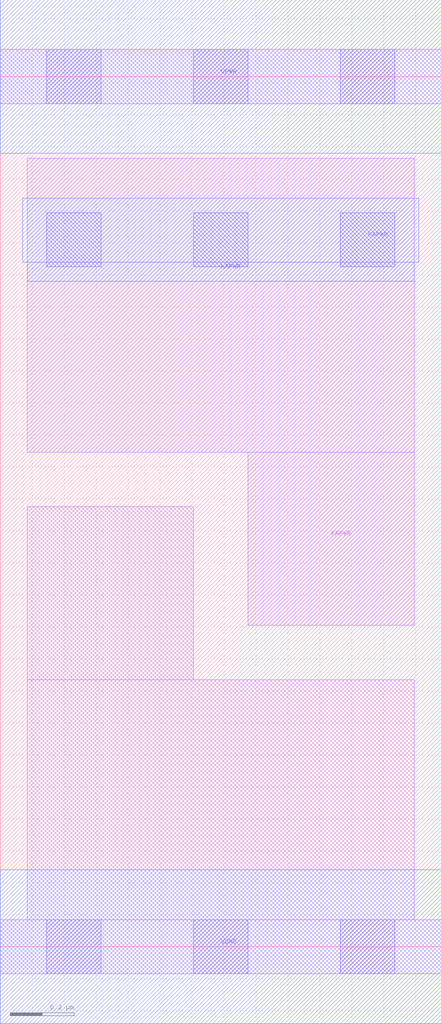
<source format=lef>
# Copyright 2020 The SkyWater PDK Authors
#
# Licensed under the Apache License, Version 2.0 (the "License");
# you may not use this file except in compliance with the License.
# You may obtain a copy of the License at
#
#     https://www.apache.org/licenses/LICENSE-2.0
#
# Unless required by applicable law or agreed to in writing, software
# distributed under the License is distributed on an "AS IS" BASIS,
# WITHOUT WARRANTIES OR CONDITIONS OF ANY KIND, either express or implied.
# See the License for the specific language governing permissions and
# limitations under the License.
#
# SPDX-License-Identifier: Apache-2.0

VERSION 5.7 ;
  NOWIREEXTENSIONATPIN ON ;
  DIVIDERCHAR "/" ;
  BUSBITCHARS "[]" ;
UNITS
  DATABASE MICRONS 200 ;
END UNITS
MACRO sky130_fd_sc_hd__lpflow_decapkapwr_3
  CLASS CORE ;
  FOREIGN sky130_fd_sc_hd__lpflow_decapkapwr_3 ;
  ORIGIN  0.000000  0.000000 ;
  SIZE  1.380000 BY  2.720000 ;
  SYMMETRY X Y R90 ;
  SITE unithd ;
  PIN KAPWR
    DIRECTION INOUT ;
    SHAPE ABUTMENT ;
    USE POWER ;
    PORT
      LAYER li1 ;
        RECT 0.085000 1.545000 1.295000 2.465000 ;
        RECT 0.775000 1.005000 1.295000 1.545000 ;
      LAYER mcon ;
        RECT 0.145000 2.125000 0.315000 2.295000 ;
        RECT 0.605000 2.125000 0.775000 2.295000 ;
        RECT 1.065000 2.125000 1.235000 2.295000 ;
    END
    PORT
      LAYER met1 ;
        RECT 0.070000 2.140000 1.310000 2.340000 ;
        RECT 0.085000 2.080000 1.295000 2.140000 ;
    END
  END KAPWR
  PIN VGND
    DIRECTION INOUT ;
    SHAPE ABUTMENT ;
    USE GROUND ;
    PORT
      LAYER met1 ;
        RECT 0.000000 -0.240000 1.380000 0.240000 ;
    END
  END VGND
  PIN VPWR
    DIRECTION INOUT ;
    SHAPE ABUTMENT ;
    USE POWER ;
    PORT
      LAYER met1 ;
        RECT 0.000000 2.480000 1.380000 2.960000 ;
    END
  END VPWR
  OBS
    LAYER li1 ;
      RECT 0.000000 -0.085000 1.380000 0.085000 ;
      RECT 0.000000  2.635000 1.380000 2.805000 ;
      RECT 0.085000  0.085000 1.295000 0.835000 ;
      RECT 0.085000  0.835000 0.605000 1.375000 ;
    LAYER mcon ;
      RECT 0.145000 -0.085000 0.315000 0.085000 ;
      RECT 0.145000  2.635000 0.315000 2.805000 ;
      RECT 0.605000 -0.085000 0.775000 0.085000 ;
      RECT 0.605000  2.635000 0.775000 2.805000 ;
      RECT 1.065000 -0.085000 1.235000 0.085000 ;
      RECT 1.065000  2.635000 1.235000 2.805000 ;
  END
END sky130_fd_sc_hd__lpflow_decapkapwr_3
END LIBRARY

</source>
